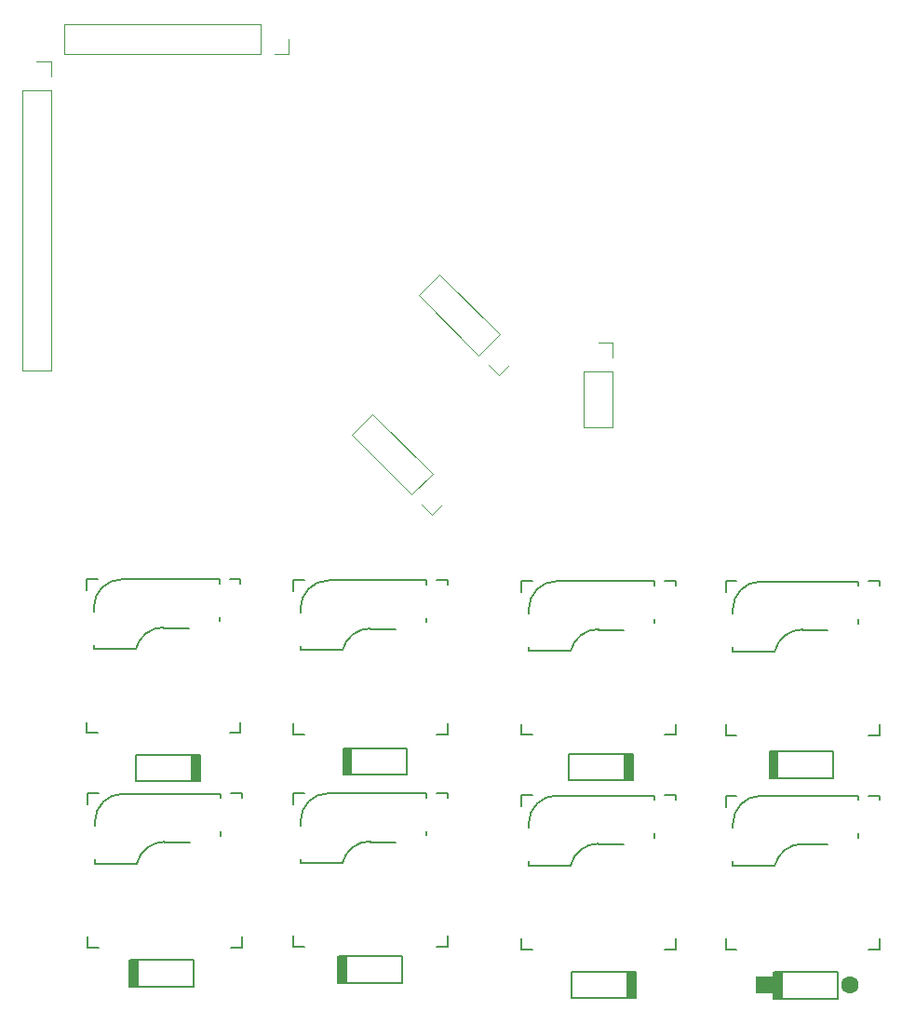
<source format=gbr>
%TF.GenerationSoftware,KiCad,Pcbnew,8.0.2*%
%TF.CreationDate,2025-08-30T14:26:49+07:00*%
%TF.ProjectId,minions,6d696e69-6f6e-4732-9e6b-696361645f70,1*%
%TF.SameCoordinates,Original*%
%TF.FileFunction,Legend,Bot*%
%TF.FilePolarity,Positive*%
%FSLAX46Y46*%
G04 Gerber Fmt 4.6, Leading zero omitted, Abs format (unit mm)*
G04 Created by KiCad (PCBNEW 8.0.2) date 2025-08-30 14:26:49*
%MOMM*%
%LPD*%
G01*
G04 APERTURE LIST*
%ADD10C,0.120000*%
%ADD11C,0.150000*%
%ADD12C,0.200000*%
%ADD13R,1.600000X1.600000*%
%ADD14C,1.600000*%
G04 APERTURE END LIST*
D10*
%TO.C,J6*%
X161127328Y-98992672D02*
X162457328Y-98992672D01*
X162457328Y-98992672D02*
X162457328Y-100322672D01*
X162457328Y-106732672D02*
X162457328Y-101592672D01*
X159797328Y-101592672D02*
X162457328Y-101592672D01*
X159797328Y-106732672D02*
X162457328Y-106732672D01*
X159797328Y-106732672D02*
X159797328Y-101592672D01*
%TO.C,J1*%
X132980002Y-71399999D02*
X132980000Y-72730000D01*
X132980000Y-72730000D02*
X131650001Y-72730002D01*
X112540000Y-72729996D02*
X130380000Y-72730002D01*
X130379998Y-70069997D02*
X130380000Y-72730002D01*
X112540000Y-70070001D02*
X112540000Y-72729996D01*
X112540000Y-70070001D02*
X130379998Y-70069997D01*
%TO.C,J2*%
X146707898Y-92826995D02*
X152138479Y-98257574D01*
X146707898Y-92826995D02*
X144826993Y-94707899D01*
X152138479Y-98257574D02*
X150257574Y-100138478D01*
X144826993Y-94707899D02*
X150257574Y-100138478D01*
X152096051Y-101976956D02*
X151155599Y-101036505D01*
X153036504Y-101036504D02*
X152096051Y-101976956D01*
D11*
%TO.C,K8*%
X146390000Y-139960000D02*
X147390000Y-139960000D01*
X147390000Y-139960000D02*
X147390000Y-140356000D01*
X147390000Y-152960000D02*
X147390000Y-153960000D01*
X147390000Y-153960000D02*
X146390000Y-153960000D01*
X145470000Y-140356000D02*
X145470000Y-139975000D01*
X145470000Y-143785000D02*
X145470000Y-143404000D01*
X140390000Y-144420000D02*
X142676000Y-144420000D01*
X134040000Y-146325000D02*
X137850000Y-146325000D01*
X145470000Y-139975000D02*
X136580000Y-139975000D01*
X134040000Y-146325000D02*
X134421000Y-146325000D01*
X133390000Y-139960000D02*
X134390000Y-139960000D01*
X134040000Y-142896000D02*
X134040000Y-142515000D01*
X134040000Y-145944000D02*
X134040000Y-146325000D01*
X133390000Y-140960000D02*
X133390000Y-139960000D01*
X133390000Y-153960000D02*
X133390000Y-152960000D01*
X134390000Y-153960000D02*
X133390000Y-153960000D01*
X137850001Y-146325001D02*
G75*
G02*
X140389999Y-144341829I2539999J-634999D01*
G01*
X134040000Y-142515000D02*
G75*
G02*
X136580000Y-139975000I2540000J0D01*
G01*
%TO.C,K7*%
X127690000Y-140010000D02*
X128690000Y-140010000D01*
X128690000Y-140010000D02*
X128690000Y-140406000D01*
X128690000Y-153010000D02*
X128690000Y-154010000D01*
X128690000Y-154010000D02*
X127690000Y-154010000D01*
X126770000Y-140406000D02*
X126770000Y-140025000D01*
X126770000Y-143835000D02*
X126770000Y-143454000D01*
X121690000Y-144470000D02*
X123976000Y-144470000D01*
X115340000Y-146375000D02*
X119150000Y-146375000D01*
X126770000Y-140025000D02*
X117880000Y-140025000D01*
X115340000Y-146375000D02*
X115721000Y-146375000D01*
X114690000Y-140010000D02*
X115690000Y-140010000D01*
X115340000Y-142946000D02*
X115340000Y-142565000D01*
X115340000Y-145994000D02*
X115340000Y-146375000D01*
X114690000Y-141010000D02*
X114690000Y-140010000D01*
X114690000Y-154010000D02*
X114690000Y-153010000D01*
X115690000Y-154010000D02*
X114690000Y-154010000D01*
X119150001Y-146375001D02*
G75*
G02*
X121689999Y-144391829I2539999J-634999D01*
G01*
X115340000Y-142565000D02*
G75*
G02*
X117880000Y-140025000I2540000J0D01*
G01*
D12*
%TO.C,D2*%
X164535001Y-156199999D02*
X164535000Y-158599999D01*
X164510000Y-158599998D02*
X158710001Y-158600000D01*
X164435001Y-158600001D02*
X164435001Y-156199999D01*
X164310000Y-158599999D02*
X164309999Y-156200000D01*
X164135002Y-158600001D02*
X164134999Y-156200000D01*
X163960001Y-158599998D02*
X163959999Y-156199998D01*
X163784997Y-158600003D02*
X163784999Y-156200000D01*
X158710001Y-158600000D02*
X158710000Y-156200001D01*
X158710000Y-156200001D02*
X164510000Y-156200002D01*
D11*
%TO.C,K6*%
X146390000Y-120610000D02*
X147390000Y-120610000D01*
X147390000Y-120610000D02*
X147390000Y-121006000D01*
X147390000Y-133610000D02*
X147390000Y-134610000D01*
X147390000Y-134610000D02*
X146390000Y-134610000D01*
X145470000Y-121006000D02*
X145470000Y-120625000D01*
X145470000Y-124435000D02*
X145470000Y-124054000D01*
X140390000Y-125070000D02*
X142676000Y-125070000D01*
X134040000Y-126975000D02*
X137850000Y-126975000D01*
X145470000Y-120625000D02*
X136580000Y-120625000D01*
X134040000Y-126975000D02*
X134421000Y-126975000D01*
X133390000Y-120610000D02*
X134390000Y-120610000D01*
X134040000Y-123546000D02*
X134040000Y-123165000D01*
X134040000Y-126594000D02*
X134040000Y-126975000D01*
X133390000Y-121610000D02*
X133390000Y-120610000D01*
X133390000Y-134610000D02*
X133390000Y-133610000D01*
X134390000Y-134610000D02*
X133390000Y-134610000D01*
X137850001Y-126975001D02*
G75*
G02*
X140389999Y-124991829I2539999J-634999D01*
G01*
X134040000Y-123165000D02*
G75*
G02*
X136580000Y-120625000I2540000J0D01*
G01*
%TO.C,K5*%
X185710000Y-140200000D02*
X186710000Y-140200000D01*
X186710000Y-140200000D02*
X186710000Y-140596000D01*
X186710000Y-153200000D02*
X186710000Y-154200000D01*
X186710000Y-154200000D02*
X185710000Y-154200000D01*
X184790000Y-140596000D02*
X184790000Y-140215000D01*
X184790000Y-144025000D02*
X184790000Y-143644000D01*
X179710000Y-144660000D02*
X181996000Y-144660000D01*
X173360000Y-146565000D02*
X177170000Y-146565000D01*
X184790000Y-140215000D02*
X175900000Y-140215000D01*
X173360000Y-146565000D02*
X173741000Y-146565000D01*
X172710000Y-140200000D02*
X173710000Y-140200000D01*
X173360000Y-143136000D02*
X173360000Y-142755000D01*
X173360000Y-146184000D02*
X173360000Y-146565000D01*
X172710000Y-141200000D02*
X172710000Y-140200000D01*
X172710000Y-154200000D02*
X172710000Y-153200000D01*
X173710000Y-154200000D02*
X172710000Y-154200000D01*
X177170001Y-146565001D02*
G75*
G02*
X179709999Y-144581829I2539999J-634999D01*
G01*
X173360000Y-142755000D02*
G75*
G02*
X175900000Y-140215000I2540000J0D01*
G01*
%TO.C,K2*%
X167150000Y-140170000D02*
X168150000Y-140170000D01*
X168150000Y-140170000D02*
X168150000Y-140566000D01*
X168150000Y-153170000D02*
X168150000Y-154170000D01*
X168150000Y-154170000D02*
X167150000Y-154170000D01*
X166230000Y-140566000D02*
X166230000Y-140185000D01*
X166230000Y-143995000D02*
X166230000Y-143614000D01*
X161150000Y-144630000D02*
X163436000Y-144630000D01*
X154800000Y-146535000D02*
X158610000Y-146535000D01*
X166230000Y-140185000D02*
X157340000Y-140185000D01*
X154800000Y-146535000D02*
X155181000Y-146535000D01*
X154150000Y-140170000D02*
X155150000Y-140170000D01*
X154800000Y-143106000D02*
X154800000Y-142725000D01*
X154800000Y-146154000D02*
X154800000Y-146535000D01*
X154150000Y-141170000D02*
X154150000Y-140170000D01*
X154150000Y-154170000D02*
X154150000Y-153170000D01*
X155150000Y-154170000D02*
X154150000Y-154170000D01*
X158610001Y-146535001D02*
G75*
G02*
X161149999Y-144551829I2539999J-634999D01*
G01*
X154800000Y-142725000D02*
G75*
G02*
X157340000Y-140185000I2540000J0D01*
G01*
%TO.C,K3*%
X127590000Y-120510000D02*
X128590000Y-120510000D01*
X128590000Y-120510000D02*
X128590000Y-120906000D01*
X128590000Y-133510000D02*
X128590000Y-134510000D01*
X128590000Y-134510000D02*
X127590000Y-134510000D01*
X126670000Y-120906000D02*
X126670000Y-120525000D01*
X126670000Y-124335000D02*
X126670000Y-123954000D01*
X121590000Y-124970000D02*
X123876000Y-124970000D01*
X115240000Y-126875000D02*
X119050000Y-126875000D01*
X126670000Y-120525000D02*
X117780000Y-120525000D01*
X115240000Y-126875000D02*
X115621000Y-126875000D01*
X114590000Y-120510000D02*
X115590000Y-120510000D01*
X115240000Y-123446000D02*
X115240000Y-123065000D01*
X115240000Y-126494000D02*
X115240000Y-126875000D01*
X114590000Y-121510000D02*
X114590000Y-120510000D01*
X114590000Y-134510000D02*
X114590000Y-133510000D01*
X115590000Y-134510000D02*
X114590000Y-134510000D01*
X119050001Y-126875001D02*
G75*
G02*
X121589999Y-124891829I2539999J-634999D01*
G01*
X115240000Y-123065000D02*
G75*
G02*
X117780000Y-120525000I2540000J0D01*
G01*
D12*
%TO.C,D14*%
X118514999Y-157560001D02*
X118514998Y-155160000D01*
X118540001Y-155160003D02*
X124339998Y-155160000D01*
X118614999Y-155159999D02*
X118614999Y-157560001D01*
X118740002Y-155160001D02*
X118740002Y-157560000D01*
X118914998Y-155160001D02*
X118915001Y-157560000D01*
X119089999Y-155160002D02*
X119090001Y-157560002D01*
X119265003Y-155159997D02*
X119265001Y-157560000D01*
X124339998Y-155160000D02*
X124339998Y-157559999D01*
X124339998Y-157559999D02*
X118540000Y-157559998D01*
%TO.C,D7*%
X137915000Y-138310000D02*
X137915000Y-135910000D01*
X137940000Y-135910000D02*
X143740000Y-135910000D01*
X138015000Y-135910000D02*
X138015000Y-138310000D01*
X138140000Y-135910000D02*
X138140000Y-138310000D01*
X138315000Y-135910000D02*
X138315000Y-138310000D01*
X138490000Y-135910000D02*
X138490000Y-138310000D01*
X138665000Y-135910000D02*
X138665000Y-138310000D01*
X143740000Y-135910000D02*
X143740000Y-138310000D01*
X143740000Y-138310000D02*
X137940000Y-138310000D01*
%TO.C,D1*%
X164285001Y-136399999D02*
X164285000Y-138799999D01*
X164260000Y-138799998D02*
X158460001Y-138800000D01*
X164185001Y-138800001D02*
X164185001Y-136399999D01*
X164060000Y-138799999D02*
X164059999Y-136400000D01*
X163885002Y-138799999D02*
X163884999Y-136400000D01*
X163710001Y-138799998D02*
X163709999Y-136399998D01*
X163534997Y-138800003D02*
X163534999Y-136400000D01*
X158460001Y-138800000D02*
X158460000Y-136400001D01*
X158460000Y-136400001D02*
X164260000Y-136400002D01*
%TO.C,D15*%
X137465000Y-157210000D02*
X137465000Y-154810000D01*
X137490000Y-154810000D02*
X143290000Y-154810000D01*
X137565000Y-154810000D02*
X137565000Y-157210000D01*
X137690000Y-154810000D02*
X137690000Y-157210000D01*
X137865000Y-154810000D02*
X137865000Y-157210000D01*
X138040000Y-154810000D02*
X138040000Y-157210000D01*
X138215000Y-154810000D02*
X138215000Y-157210000D01*
X143290000Y-154810000D02*
X143290000Y-157210000D01*
X143290000Y-157210000D02*
X137490000Y-157210000D01*
%TO.C,D5*%
X176684999Y-138600001D02*
X176685000Y-136200002D01*
X176710000Y-136200001D02*
X182510000Y-136200001D01*
X176784999Y-136200001D02*
X176785000Y-138600001D01*
X176910001Y-136200000D02*
X176910000Y-138599999D01*
X177085001Y-136200000D02*
X177085001Y-138600002D01*
X177260000Y-136200001D02*
X177260000Y-138600001D01*
X177435000Y-136199999D02*
X177435000Y-138600000D01*
X182509999Y-138600000D02*
X176710000Y-138599998D01*
X182510000Y-136200001D02*
X182509999Y-138600000D01*
D11*
%TO.C,K4*%
X173360000Y-123255000D02*
G75*
G02*
X175900000Y-120715000I2540000J0D01*
G01*
X177170001Y-127065001D02*
G75*
G02*
X179709999Y-125081829I2539999J-634999D01*
G01*
X173710000Y-134700000D02*
X172710000Y-134700000D01*
X172710000Y-134700000D02*
X172710000Y-133700000D01*
X172710000Y-121700000D02*
X172710000Y-120700000D01*
X173360000Y-126684000D02*
X173360000Y-127065000D01*
X173360000Y-123636000D02*
X173360000Y-123255000D01*
X172710000Y-120700000D02*
X173710000Y-120700000D01*
X173360000Y-127065000D02*
X173741000Y-127065000D01*
X184790000Y-120715000D02*
X175900000Y-120715000D01*
X173360000Y-127065000D02*
X177170000Y-127065000D01*
X179710000Y-125160000D02*
X181996000Y-125160000D01*
X184790000Y-124525000D02*
X184790000Y-124144000D01*
X184790000Y-121096000D02*
X184790000Y-120715000D01*
X186710000Y-134700000D02*
X185710000Y-134700000D01*
X186710000Y-133700000D02*
X186710000Y-134700000D01*
X186710000Y-120700000D02*
X186710000Y-121096000D01*
X185710000Y-120700000D02*
X186710000Y-120700000D01*
D10*
%TO.C,J5*%
X111380000Y-73450000D02*
X111380001Y-74780000D01*
X111380000Y-101510000D02*
X111380001Y-76050000D01*
X108719998Y-76050000D02*
X111380001Y-76050000D01*
X110050000Y-73449999D02*
X111380000Y-73450000D01*
X108720002Y-101510001D02*
X111380000Y-101510000D01*
X108720002Y-101510001D02*
X108719998Y-76050000D01*
D12*
%TO.C,D3*%
X119090000Y-136460001D02*
X124890000Y-136460002D01*
X119090001Y-138860000D02*
X119090000Y-136460001D01*
X124164997Y-138860003D02*
X124164999Y-136460000D01*
X124340001Y-138859998D02*
X124339999Y-136459998D01*
X124515002Y-138860001D02*
X124514999Y-136460000D01*
X124690000Y-138859999D02*
X124689999Y-136460000D01*
X124815001Y-138860001D02*
X124815001Y-136459999D01*
X124890000Y-138859998D02*
X119090001Y-138860000D01*
X124915001Y-136459999D02*
X124915000Y-138859999D01*
D10*
%TO.C,J3*%
X146940454Y-113690453D02*
X146000000Y-114630904D01*
X146000000Y-114630904D02*
X145059547Y-113690454D01*
X140611846Y-105480944D02*
X146042427Y-110911524D01*
X146042427Y-110911524D02*
X144161518Y-112792428D01*
X138730941Y-107361847D02*
X144161518Y-112792428D01*
X140611846Y-105480944D02*
X138730941Y-107361847D01*
D11*
%TO.C,K1*%
X154800000Y-123225000D02*
G75*
G02*
X157340000Y-120685000I2540000J0D01*
G01*
X158610001Y-127035001D02*
G75*
G02*
X161149999Y-125051829I2539999J-634999D01*
G01*
X155150000Y-134670000D02*
X154150000Y-134670000D01*
X154150000Y-134670000D02*
X154150000Y-133670000D01*
X154150000Y-121670000D02*
X154150000Y-120670000D01*
X154800000Y-126654000D02*
X154800000Y-127035000D01*
X154800000Y-123606000D02*
X154800000Y-123225000D01*
X154150000Y-120670000D02*
X155150000Y-120670000D01*
X154800000Y-127035000D02*
X155181000Y-127035000D01*
X166230000Y-120685000D02*
X157340000Y-120685000D01*
X154800000Y-127035000D02*
X158610000Y-127035000D01*
X161150000Y-125130000D02*
X163436000Y-125130000D01*
X166230000Y-124495000D02*
X166230000Y-124114000D01*
X166230000Y-121066000D02*
X166230000Y-120685000D01*
X168150000Y-134670000D02*
X167150000Y-134670000D01*
X168150000Y-133670000D02*
X168150000Y-134670000D01*
X168150000Y-120670000D02*
X168150000Y-121066000D01*
X167150000Y-120670000D02*
X168150000Y-120670000D01*
D12*
%TO.C,D6*%
X177085000Y-158650001D02*
X177085000Y-156250002D01*
X177110001Y-156250000D02*
X182910000Y-156250001D01*
X177184999Y-156250001D02*
X177185000Y-158650001D01*
X177310000Y-156249999D02*
X177310000Y-158649999D01*
X177484999Y-156250000D02*
X177485001Y-158650000D01*
X177660000Y-156250001D02*
X177660000Y-158650001D01*
X177835000Y-156249999D02*
X177835001Y-158650000D01*
X182910000Y-156250001D02*
X182910000Y-158650001D01*
X182910000Y-158650001D02*
X177110000Y-158649999D01*
%TD*%
D13*
%TO.C,D6*%
X176210000Y-157450000D03*
D14*
X184010000Y-157450000D03*
%TD*%
M02*

</source>
